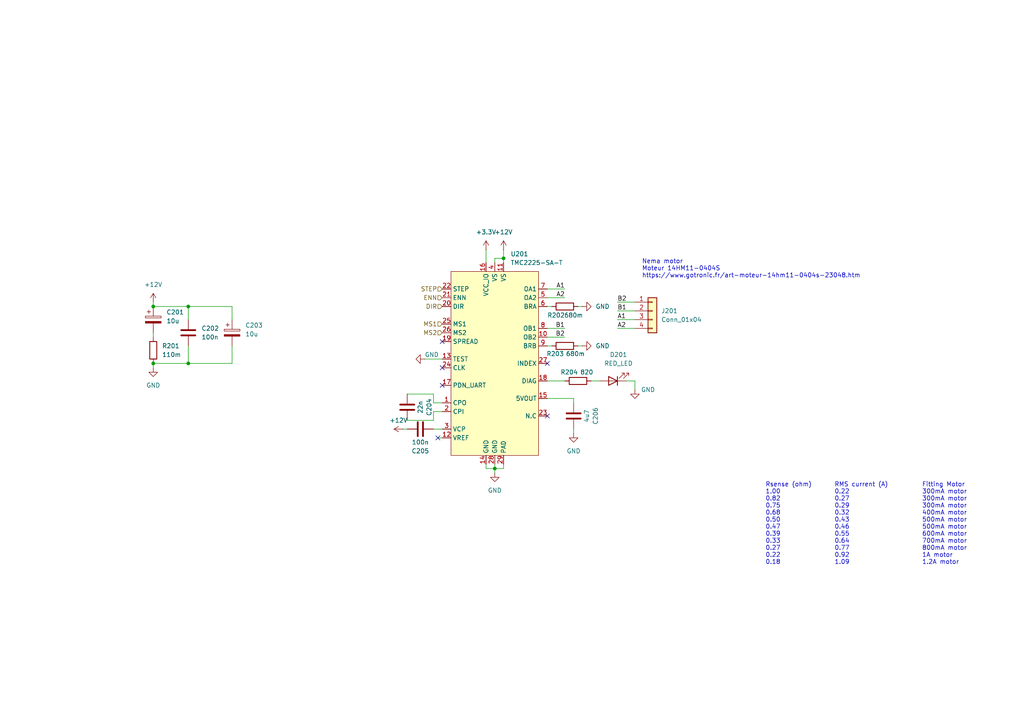
<source format=kicad_sch>
(kicad_sch (version 20231120) (generator "eeschema") (generator_version "8.0")
  (paper "A4")
  (lib_symbols
    (symbol "Connector_Generic:Conn_01x04" (pin_names (offset 1.016) hide)
      (property "Reference" "J" (at 0 5.08 0))
      (property "Value" "Conn_01x04" (at 0 -7.62 0))
      (symbol "Conn_01x04_1_1"
        (rectangle (start -1.27 -4.953) (end 0 -5.207) (stroke (width 0.1524)))
        (rectangle (start -1.27 -2.413) (end 0 -2.667) (stroke (width 0.1524)))
        (rectangle (start -1.27 0.127) (end 0 -0.127) (stroke (width 0.1524)))
        (rectangle (start -1.27 2.667) (end 0 2.413) (stroke (width 0.1524)))
        (rectangle (start -1.27 3.81) (end 1.27 -6.35) (stroke (width 0.254)) (fill (type background)))
        (pin passive line (at -5.08 2.54 0) (length 3.81) (name "Pin_1") (number "1"))
        (pin passive line (at -5.08 0 0) (length 3.81) (name "Pin_2") (number "2"))
        (pin passive line (at -5.08 -2.54 0) (length 3.81) (name "Pin_3") (number "3"))
        (pin passive line (at -5.08 -5.08 0) (length 3.81) (name "Pin_4") (number "4"))
      )
    )
    (symbol "Custom_laptop:TMC2225-SA-T"
      (property "Reference" "U" (at -11.43 25.4 0))
      (property "Value" "TMC2225-SA-T" (at -13.97 -31.75 0))
      (symbol "TMC2225-SA-T_0_1"
        (rectangle (start -12.7 24.13) (end 12.7 -29.21) (fill (type background)))
      )
      (symbol "TMC2225-SA-T_1_1"
        (pin passive line (at -15.24 -13.97 0) (length 2.54) (name "CPO") (number "1"))
        (pin passive line (at 15.24 5.08 180) (length 2.54) (name "OB2") (number "10"))
        (pin power_in line (at 2.54 26.67 270) (length 2.54) (name "VS") (number "11"))
        (pin passive line (at -15.24 -24.13 0) (length 2.54) (name "VREF") (number "12"))
        (pin passive line (at -15.24 -1.27 0) (length 2.54) (name "TEST") (number "13"))
        (pin power_in line (at -2.54 -31.75 90) (length 2.54) (name "GND") (number "14"))
        (pin passive line (at 15.24 -12.7 180) (length 2.54) (name "5VOUT") (number "15"))
        (pin power_in line (at -2.54 26.67 270) (length 2.54) (name "VCC_IO") (number "16"))
        (pin passive line (at -15.24 -8.89 0) (length 2.54) (name "PDN_UART") (number "17"))
        (pin passive line (at 15.24 -7.62 180) (length 2.54) (name "DIAG") (number "18"))
        (pin passive line (at -15.24 3.81 0) (length 2.54) (name "SPREAD") (number "19"))
        (pin passive line (at -15.24 -16.51 0) (length 2.54) (name "CPI") (number "2"))
        (pin passive line (at -15.24 13.97 0) (length 2.54) (name "DIR") (number "20"))
        (pin passive line (at -15.24 16.51 0) (length 2.54) (name "ENN") (number "21"))
        (pin passive line (at -15.24 19.05 0) (length 2.54) (name "STEP") (number "22"))
        (pin passive line (at 15.24 -17.78 180) (length 2.54) (name "N.C") (number "23"))
        (pin passive line (at -15.24 -3.81 0) (length 2.54) (name "CLK") (number "24"))
        (pin passive line (at -15.24 8.89 0) (length 2.54) (name "MS1") (number "25"))
        (pin passive line (at -15.24 6.35 0) (length 2.54) (name "MS2") (number "26"))
        (pin passive line (at 15.24 -2.54 180) (length 2.54) (name "INDEX") (number "27"))
        (pin power_in line (at 0 -31.75 90) (length 2.54) (name "GND") (number "28"))
        (pin power_in line (at 2.54 -31.75 90) (length 2.54) (name "PAD") (number "29"))
        (pin passive line (at -15.24 -21.59 0) (length 2.54) (name "VCP") (number "3"))
        (pin power_in line (at 0 26.67 270) (length 2.54) (name "VS") (number "4"))
        (pin passive line (at 15.24 16.51 180) (length 2.54) (name "OA2") (number "5"))
        (pin passive line (at 15.24 13.97 180) (length 2.54) (name "BRA") (number "6"))
        (pin passive line (at 15.24 19.05 180) (length 2.54) (name "OA1") (number "7"))
        (pin passive line (at 15.24 7.62 180) (length 2.54) (name "OB1") (number "8"))
        (pin passive line (at 15.24 2.54 180) (length 2.54) (name "BRB") (number "9"))
      )
    )
    (symbol "Device:C" (pin_numbers hide) (pin_names (offset 0.254))
      (property "Reference" "C" (at 0.635 2.54 0))
      (property "Value" "C" (at 0.635 -2.54 0))
      (symbol "C_0_1"
        (polyline (pts (xy -2.032 -0.762) (xy 2.032 -0.762)) (stroke (width 0.508)))
        (polyline (pts (xy -2.032 0.762) (xy 2.032 0.762)) (stroke (width 0.508)))
      )
      (symbol "C_1_1"
        (pin passive line (at 0 3.81 270) (length 2.794) (name "~") (number "1"))
        (pin passive line (at 0 -3.81 90) (length 2.794) (name "~") (number "2"))
      )
    )
    (symbol "Device:C_Polarized" (pin_numbers hide) (pin_names (offset 0.254))
      (property "Reference" "C" (at 0.635 2.54 0))
      (property "Value" "C_Polarized" (at 0.635 -2.54 0))
      (symbol "C_Polarized_0_1"
        (rectangle (start -2.286 0.508) (end 2.286 1.016))
        (polyline (pts (xy -1.778 2.286) (xy -0.762 2.286)))
        (polyline (pts (xy -1.27 2.794) (xy -1.27 1.778)))
        (rectangle (start 2.286 -0.508) (end -2.286 -1.016) (fill (type outline)))
      )
      (symbol "C_Polarized_1_1"
        (pin passive line (at 0 3.81 270) (length 2.794) (name "~") (number "1"))
        (pin passive line (at 0 -3.81 90) (length 2.794) (name "~") (number "2"))
      )
    )
    (symbol "Device:LED" (pin_numbers hide) (pin_names (offset 1.016) hide)
      (property "Reference" "D" (at 0 2.54 0))
      (property "Value" "LED" (at 0 -2.54 0))
      (symbol "LED_0_1"
        (polyline (pts (xy -1.27 -1.27) (xy -1.27 1.27)) (stroke (width 0.254)))
        (polyline (pts (xy -1.27 0) (xy 1.27 0)))
        (polyline (pts (xy 1.27 -1.27) (xy 1.27 1.27) (xy -1.27 0) (xy 1.27 -1.27)) (stroke (width 0.254)))
        (polyline (pts (xy -3.048 -0.762) (xy -4.572 -2.286) (xy -3.81 -2.286) (xy -4.572 -2.286) (xy -4.572 -1.524)))
        (polyline (pts (xy -1.778 -0.762) (xy -3.302 -2.286) (xy -2.54 -2.286) (xy -3.302 -2.286) (xy -3.302 -1.524)))
      )
      (symbol "LED_1_1"
        (pin passive line (at -3.81 0 0) (length 2.54) (name "K") (number "1"))
        (pin passive line (at 3.81 0 180) (length 2.54) (name "A") (number "2"))
      )
    )
    (symbol "Device:R" (pin_numbers hide) (pin_names (offset 0))
      (property "Reference" "R" (at 2.032 0 90))
      (property "Value" "R" (at 0 0 90))
      (symbol "R_0_1"
        (rectangle (start -1.016 -2.54) (end 1.016 2.54) (stroke (width 0.254)))
      )
      (symbol "R_1_1"
        (pin passive line (at 0 3.81 270) (length 1.27) (name "~") (number "1"))
        (pin passive line (at 0 -3.81 90) (length 1.27) (name "~") (number "2"))
      )
    )
    (symbol "power:+12V" (power) (pin_numbers hide) (pin_names (offset 0) hide)
      (property "Value" "+12V" (at 0 3.556 0))
      (symbol "+12V_0_1"
        (polyline (pts (xy -0.762 1.27) (xy 0 2.54)))
        (polyline (pts (xy 0 0) (xy 0 2.54)))
        (polyline (pts (xy 0 2.54) (xy 0.762 1.27)))
      )
      (symbol "+12V_1_1"
        (pin power_in line (at 0 0 90) (length 0) (name "~") (number "1"))
      )
    )
    (symbol "power:+3.3V" (power) (pin_numbers hide) (pin_names (offset 0) hide)
      (property "Value" "+3.3V" (at 0 3.556 0))
      (symbol "+3.3V_0_1"
        (polyline (pts (xy -0.762 1.27) (xy 0 2.54)))
        (polyline (pts (xy 0 0) (xy 0 2.54)))
        (polyline (pts (xy 0 2.54) (xy 0.762 1.27)))
      )
      (symbol "+3.3V_1_1"
        (pin power_in line (at 0 0 90) (length 0) (name "~") (number "1"))
      )
    )
    (symbol "power:GND" (power) (pin_numbers hide) (pin_names (offset 0) hide)
      (property "Value" "GND" (at 0 -3.81 0))
      (symbol "GND_0_1"
        (polyline (pts (xy 0 0) (xy 0 -1.27) (xy 1.27 -1.27) (xy 0 -2.54) (xy -1.27 -1.27) (xy 0 -1.27)))
      )
      (symbol "GND_1_1"
        (pin power_in line (at 0 0 270) (length 0) (name "~") (number "1"))
      )
    )
  )
  (junction (at 143.51 135.89))
  (junction (at 44.45 105.41))
  (junction (at 54.61 88.9))
  (junction (at 54.61 105.41))
  (junction (at 44.45 88.9))
  (junction (at 146.05 74.93))
  (no_connect (at 128.27 99.06))
  (no_connect (at 128.27 106.68))
  (no_connect (at 127 127))
  (no_connect (at 158.75 105.41))
  (no_connect (at 158.75 120.65))
  (no_connect (at 128.27 111.76))
  (wire (pts (xy 118.11 114.3) (xy 125.73 114.3)))
  (wire (pts (xy 123.19 104.14) (xy 128.27 104.14)))
  (wire (pts (xy 143.51 135.89) (xy 146.05 135.89)))
  (wire (pts (xy 158.75 86.36) (xy 163.83 86.36)))
  (wire (pts (xy 67.31 88.9) (xy 67.31 92.71)))
  (wire (pts (xy 143.51 76.2) (xy 143.51 74.93)))
  (wire (pts (xy 143.51 74.93) (xy 146.05 74.93)))
  (wire (pts (xy 171.45 110.49) (xy 173.99 110.49)))
  (wire (pts (xy 44.45 88.9) (xy 44.45 87.63)))
  (wire (pts (xy 158.75 97.79) (xy 163.83 97.79)))
  (wire (pts (xy 184.15 110.49) (xy 181.61 110.49)))
  (wire (pts (xy 140.97 134.62) (xy 140.97 135.89)))
  (wire (pts (xy 179.07 95.25) (xy 184.15 95.25)))
  (wire (pts (xy 44.45 96.52) (xy 44.45 97.79)))
  (wire (pts (xy 54.61 105.41) (xy 67.31 105.41)))
  (wire (pts (xy 143.51 134.62) (xy 143.51 135.89)))
  (wire (pts (xy 158.75 83.82) (xy 163.83 83.82)))
  (wire (pts (xy 54.61 100.33) (xy 54.61 105.41)))
  (wire (pts (xy 54.61 88.9) (xy 67.31 88.9)))
  (wire (pts (xy 179.07 87.63) (xy 184.15 87.63)))
  (wire (pts (xy 146.05 72.39) (xy 146.05 74.93)))
  (wire (pts (xy 167.64 88.9) (xy 168.91 88.9)))
  (wire (pts (xy 118.11 121.92) (xy 125.73 121.92)))
  (wire (pts (xy 166.37 116.84) (xy 166.37 115.57)))
  (wire (pts (xy 54.61 105.41) (xy 44.45 105.41)))
  (wire (pts (xy 146.05 134.62) (xy 146.05 135.89)))
  (wire (pts (xy 179.07 92.71) (xy 184.15 92.71)))
  (wire (pts (xy 158.75 88.9) (xy 160.02 88.9)))
  (wire (pts (xy 125.73 119.38) (xy 128.27 119.38)))
  (wire (pts (xy 166.37 124.46) (xy 166.37 125.73)))
  (wire (pts (xy 184.15 113.03) (xy 184.15 110.49)))
  (wire (pts (xy 140.97 72.39) (xy 140.97 76.2)))
  (wire (pts (xy 54.61 92.71) (xy 54.61 88.9)))
  (wire (pts (xy 158.75 110.49) (xy 163.83 110.49)))
  (wire (pts (xy 125.73 116.84) (xy 128.27 116.84)))
  (wire (pts (xy 158.75 100.33) (xy 160.02 100.33)))
  (wire (pts (xy 146.05 74.93) (xy 146.05 76.2)))
  (wire (pts (xy 125.73 121.92) (xy 125.73 119.38)))
  (wire (pts (xy 143.51 135.89) (xy 143.51 137.16)))
  (wire (pts (xy 167.64 100.33) (xy 168.91 100.33)))
  (wire (pts (xy 158.75 115.57) (xy 166.37 115.57)))
  (wire (pts (xy 67.31 100.33) (xy 67.31 105.41)))
  (wire (pts (xy 140.97 135.89) (xy 143.51 135.89)))
  (wire (pts (xy 127 127) (xy 128.27 127)))
  (wire (pts (xy 125.73 124.46) (xy 128.27 124.46)))
  (wire (pts (xy 116.84 124.46) (xy 118.11 124.46)))
  (wire (pts (xy 44.45 105.41) (xy 44.45 106.68)))
  (wire (pts (xy 158.75 95.25) (xy 163.83 95.25)))
  (wire (pts (xy 125.73 114.3) (xy 125.73 116.84)))
  (wire (pts (xy 179.07 90.17) (xy 184.15 90.17)))
  (wire (pts (xy 54.61 88.9) (xy 44.45 88.9)))
  (text "Rsense (ohm)	RMS current (A)		Fitting Motor\n1.00 			0.22				300mA motor\n0.82 			0.27				300mA motor\n0.75 			0.29				300mA motor\n0.68 			0.32 				400mA motor\n0.50 			0.43				500mA motor\n0.47 			0.46				500mA motor\n0.39 			0.55 				600mA motor\n0.33 			0.64 				700mA motor\n0.27			0.77				800mA motor\n0.22			0.92				1A motor\n0.18			1.09				1.2A motor" (at 221.996 151.892 0) (effects (font (size 1.27 1.27)) (justify left)))
  (text "Nema motor \nMoteur 14HM11-0404S\nhttps://www.gotronic.fr/art-moteur-14hm11-0404s-23048.htm" (at 186.182 77.978 0) (effects (font (size 1.27 1.27)) (justify left)))
  (label "B2" (at 179.07 87.63 0))
  (label "B1" (at 179.07 90.17 0))
  (label "A2" (at 163.83 86.36 180))
  (label "A1" (at 179.07 92.71 0))
  (label "A2" (at 179.07 95.25 0))
  (label "B1" (at 163.83 95.25 180))
  (label "B2" (at 163.83 97.79 180))
  (label "A1" (at 163.83 83.82 180))
  (hierarchical_label "ENN" (shape input) (at 128.27 86.36 180))
  (hierarchical_label "DIR" (shape input) (at 128.27 88.9 180))
  (hierarchical_label "MS2" (shape input) (at 128.27 96.52 180))
  (hierarchical_label "MS1" (shape input) (at 128.27 93.98 180))
  (hierarchical_label "STEP" (shape input) (at 128.27 83.82 180))
  (symbol (lib_id "power:GND") (at 166.37 125.73 0) (unit 1)
    (property "Reference" "#PWR0208" (effects (hide yes)))
    (property "Value" "GND" (at 166.37 130.81 0))
  )
  (symbol (lib_id "power:+12V") (at 116.84 124.46 90) (unit 1)
    (property "Reference" "#PWR0203" (effects (hide yes)))
    (property "Value" "+12V" (at 115.57 121.92 90))
    (property "Description" "Power symbol creates a global label with name \"+12V\"" (effects (hide yes)))
  )
  (symbol (lib_id "Device:R") (at 163.83 100.33 90) (unit 1)
    (property "Reference" "R203" (at 161.036 102.616 90))
    (property "Value" "680m" (at 166.878 102.616 90))
    (property "Footprint" "Resistor_SMD:R_1206_3216Metric_Pad1.30x1.75mm_HandSolder" (effects (hide yes)))
    (property "MPN" "WW12PR680FTL " (effects (hide yes)))
  )
  (symbol (lib_id "Device:LED") (at 177.8 110.49 180) (unit 1)
    (property "Reference" "D201" (at 179.3875 102.87 0))
    (property "Value" "RED_LED" (at 179.3875 105.41 0))
    (property "Footprint" "LED_SMD:LED_0603_1608Metric" (effects (hide yes)))
    (property "Datasheet" "https://www.we-online.com/components/products/datasheet/150060RS55040.pdf" (effects (hide yes)))
    (property "Description" "Light emitting diode" (effects (hide yes)))
    (property "MPN" "WE 150060RS55040" (effects (hide yes)))
  )
  (symbol (lib_id "Device:C") (at 121.92 124.46 90) (unit 1)
    (property "Reference" "C205" (at 121.92 130.81 90))
    (property "Value" "100n" (at 121.92 128.27 90))
    (property "Footprint" "Capacitor_SMD:C_0402_1005Metric" (effects (hide yes)))
    (property "MPN" "WE 885012105018" (effects (hide yes)))
  )
  (symbol (lib_id "Connector_Generic:Conn_01x04") (at 189.23 90.17 0) (unit 1)
    (property "Reference" "J201" (at 191.77 90.1699 0) (effects (justify left)))
    (property "Value" "Conn_01x04" (at 191.77 92.7099 0) (effects (justify left)))
    (property "Footprint" "Connector_JST:JST_XH_S4B-XH-A_1x04_P2.50mm_Horizontal" (effects (hide yes)))
    (property "Description" "Generic connector, single row, 01x04, script generated (kicad-library-utils/schlib/autogen/connector/)" (effects (hide yes)))
    (property "MPN" "S4B-XH-A(lf)(sn)" (effects (hide yes)))
  )
  (symbol (lib_id "Device:C_Polarized") (at 44.45 92.71 0) (unit 1)
    (property "Reference" "C201" (at 48.26 90.5509 0) (effects (justify left)))
    (property "Value" "10u" (at 48.26 93.0909 0) (effects (justify left)))
    (property "Footprint" "Capacitor_SMD:CP_Elec_4x5.7" (effects (hide yes)))
    (property "MPN" "WE 865060440001" (effects (hide yes)))
  )
  (symbol (lib_id "power:GND") (at 168.91 100.33 90) (unit 1)
    (property "Reference" "#PWR0210" (effects (hide yes)))
    (property "Value" "GND" (at 172.72 100.3299 90) (effects (justify right)))
  )
  (symbol (lib_id "power:GND") (at 123.19 104.14 270) (unit 1)
    (property "Reference" "#PWR0204" (effects (hide yes)))
    (property "Value" "GND" (at 123.19 102.87 90) (effects (justify left)))
  )
  (symbol (lib_id "Device:C_Polarized") (at 67.31 96.52 0) (unit 1)
    (property "Reference" "C203" (at 71.12 94.3609 0) (effects (justify left)))
    (property "Value" "10u" (at 71.12 96.9009 0) (effects (justify left)))
    (property "Footprint" "Capacitor_SMD:CP_Elec_4x5.7" (effects (hide yes)))
    (property "MPN" "WE 865060440001" (effects (hide yes)))
  )
  (symbol (lib_id "Device:C") (at 166.37 120.65 180) (unit 1)
    (property "Reference" "C206" (at 172.72 120.65 90))
    (property "Value" "4u7" (at 170.18 120.65 90))
    (property "Footprint" "Capacitor_SMD:C_0402_1005Metric" (effects (hide yes)))
    (property "MPN" "WE 885012105008" (effects (hide yes)))
  )
  (symbol (lib_id "Device:C") (at 118.11 118.11 180) (unit 1)
    (property "Reference" "C204" (at 124.46 118.11 90))
    (property "Value" "22n" (at 121.92 118.11 90))
    (property "Footprint" "Capacitor_SMD:C_0402_1005Metric" (effects (hide yes)))
    (property "Vmax" "50V" (effects (hide yes)))
    (property "MPN" "WE 885012205052" (effects (hide yes)))
  )
  (symbol (lib_id "Device:R") (at 163.83 88.9 90) (unit 1)
    (property "Reference" "R202" (at 161.29 91.44 90))
    (property "Value" "680m" (at 166.37 91.44 90))
    (property "Footprint" "Resistor_SMD:R_1206_3216Metric_Pad1.30x1.75mm_HandSolder" (effects (hide yes)))
    (property "MPN" "WW12PR680FTL " (effects (hide yes)))
  )
  (symbol (lib_id "power:GND") (at 168.91 88.9 90) (unit 1)
    (property "Reference" "#PWR0209" (effects (hide yes)))
    (property "Value" "GND" (at 172.72 88.8999 90) (effects (justify right)))
  )
  (symbol (lib_id "Custom_laptop:TMC2225-SA-T") (at 143.51 102.87 0) (unit 1)
    (property "Reference" "U201" (at 148.0694 73.66 0) (effects (justify left)))
    (property "Value" "TMC2225-SA-T" (at 148.0694 76.2 0) (effects (justify left)))
    (property "Footprint" "Package_SO:HTSSOP-28-1EP_4.4x9.7mm_P0.65mm_EP2.85x5.4mm_ThermalVias" (effects (hide yes)))
    (property "Datasheet" "https://www.analog.com/media/en/technical-documentation/data-sheets/TMC2225_datasheet_rev1.15.pdf" (effects (hide yes)))
    (property "MPN" "TMC2225-SA-T" (effects (hide yes)))
  )
  (symbol (lib_id "Device:C") (at 54.61 96.52 0) (unit 1)
    (property "Reference" "C202" (at 58.42 95.2499 0) (effects (justify left)))
    (property "Value" "100n" (at 58.42 97.7899 0) (effects (justify left)))
    (property "Footprint" "Capacitor_SMD:C_0402_1005Metric" (effects (hide yes)))
    (property "MPN" "WE 885012105018" (effects (hide yes)))
  )
  (symbol (lib_id "power:+12V") (at 44.45 87.63 0) (unit 1)
    (property "Reference" "#PWR0201" (effects (hide yes)))
    (property "Value" "+12V" (at 44.45 82.55 0))
    (property "Description" "Power symbol creates a global label with name \"+12V\"" (effects (hide yes)))
  )
  (symbol (lib_id "Device:R") (at 167.64 110.49 270) (unit 1)
    (property "Reference" "R204" (at 165.1 107.95 90))
    (property "Value" "820" (at 170.18 107.95 90))
    (property "Footprint" "Resistor_SMD:R_0402_1005Metric" (effects (hide yes)))
  )
  (symbol (lib_id "power:+12V") (at 146.05 72.39 0) (unit 1)
    (property "Reference" "#PWR0207" (effects (hide yes)))
    (property "Value" "+12V" (at 146.05 67.31 0))
    (property "Description" "Power symbol creates a global label with name \"+12V\"" (effects (hide yes)))
  )
  (symbol (lib_id "power:+3.3V") (at 140.97 72.39 0) (unit 1)
    (property "Reference" "#PWR0205" (effects (hide yes)))
    (property "Value" "+3.3V" (at 140.97 67.31 0))
  )
  (symbol (lib_id "power:GND") (at 184.15 113.03 0) (unit 1)
    (property "Reference" "#PWR0211" (effects (hide yes)))
    (property "Value" "GND" (at 187.96 113.03 0))
  )
  (symbol (lib_id "power:GND") (at 143.51 137.16 0) (unit 1)
    (property "Reference" "#PWR0206" (effects (hide yes)))
    (property "Value" "GND" (at 143.51 142.24 0))
  )
  (symbol (lib_id "power:GND") (at 44.45 106.68 0) (unit 1)
    (property "Reference" "#PWR0202" (effects (hide yes)))
    (property "Value" "GND" (at 44.45 111.76 0))
  )
  (symbol (lib_id "Device:R") (at 44.45 101.6 0) (unit 1)
    (property "Reference" "R201" (at 46.99 100.3299 0) (effects (justify left)))
    (property "Value" "110m" (at 46.99 102.8699 0) (effects (justify left)))
    (property "Footprint" "Resistor_SMD:R_0603_1608Metric_Pad0.98x0.95mm_HandSolder" (effects (hide yes)))
    (property "MPN" "MFL0603R1100FB " (effects (hide yes)))
  )
)
</source>
